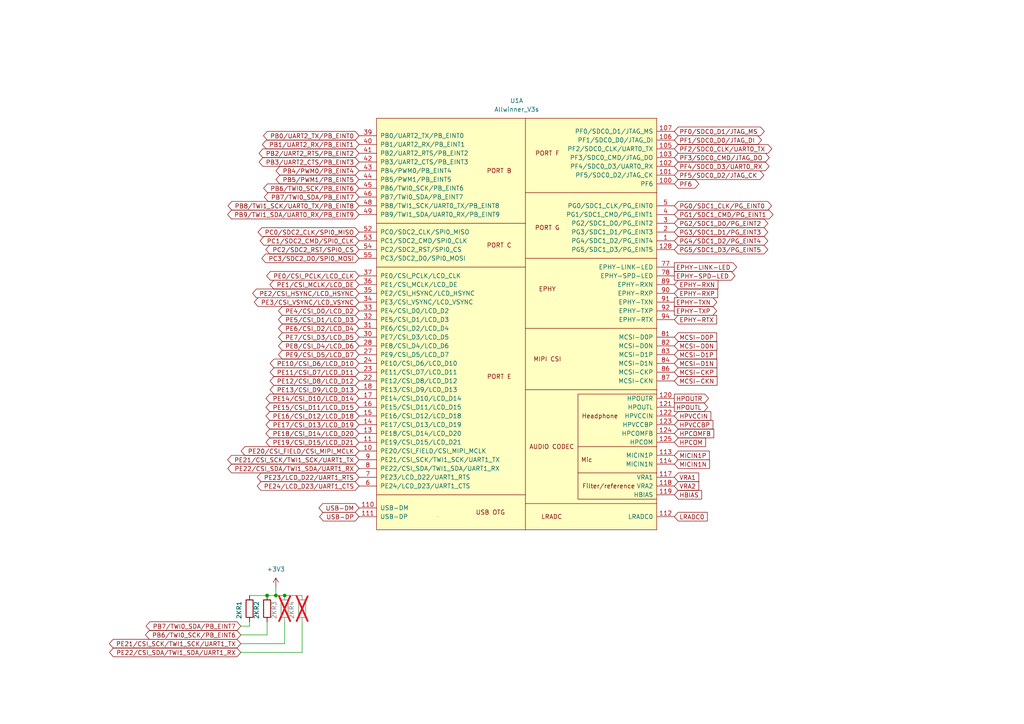
<source format=kicad_sch>
(kicad_sch (version 20250114) (generator "eeschema") (generator_version "9.0")
  (paper "A4")
  (lib_symbols
    (symbol "Allwinner_SiPs:Allwinner_V3s" (pin_names (offset 1.016))
      (property "Reference" "U" (at 0 69.85 0))
      (property "Value" "Allwinner_V3s" (at 0 67.31 0))
      (symbol "Allwinner_V3s_1_0"
        (polyline (pts (xy 38.1 -19.05) (xy 15.24 -19.05) (xy 15.24 -49.53) (xy 38.1 -49.53)))
        (polyline (pts (xy 38.1 -34.29) (xy 15.24 -34.29)))
        (polyline (pts (xy 38.1 -41.91) (xy 15.24 -41.91)))
      )
      (symbol "Allwinner_V3s_1_1"
        (rectangle (start -43.18 60.96) (end 38.1 -58.42) (fill (type background)))
        (polyline (pts (xy -43.18 30.48) (xy 0 30.48)))
        (polyline (pts (xy -43.18 17.78) (xy 0 17.78)))
        (polyline (pts (xy -43.18 -48.26) (xy 0 -48.26)))
        (rectangle (start -25.4 -54.61) (end -25.4 -54.61))
        (rectangle (start -19.05 -39.37) (end -19.05 -39.37))
        (polyline (pts (xy 0 -50.8) (xy 38.1 -50.8)))
        (polyline (pts (xy 0 -58.42) (xy 0 60.96)))
        (polyline (pts (xy 38.1 39.37) (xy 0 39.37)))
        (polyline (pts (xy 38.1 20.32) (xy 0 20.32)))
        (polyline (pts (xy 38.1 0) (xy 0 0)))
        (polyline (pts (xy 38.1 -17.78) (xy 0 -17.78)))
        (text "USB OTG" (at -10.16 -53.34 0) (effects (font (size 1.27 1.27))))
        (text "PORT B" (at -7.62 45.72 0) (effects (font (size 1.27 1.27))))
        (text "PORT C" (at -7.62 24.13 0) (effects (font (size 1.27 1.27))))
        (text "PORT E" (at -7.62 -13.97 0) (effects (font (size 1.27 1.27))))
        (text "PORT F" (at 6.35 50.8 0) (effects (font (size 1.27 1.27))))
        (text "PORT G" (at 6.35 29.21 0) (effects (font (size 1.27 1.27))))
        (text "EPHY" (at 6.35 11.43 0) (effects (font (size 1.27 1.27))))
        (text "MIPI CSI" (at 6.35 -8.89 0) (effects (font (size 1.27 1.27))))
        (text "AUDIO CODEC" (at 7.62 -34.29 0) (effects (font (size 1.27 1.27))))
        (text "LRADC" (at 7.62 -54.61 0) (effects (font (size 1.27 1.27))))
        (text "Mic" (at 17.78 -38.1 0) (effects (font (size 1.27 1.27))))
        (text "Headphone" (at 21.59 -25.4 0) (effects (font (size 1.27 1.27))))
        (text "Filter/reference" (at 24.13 -45.72 0) (effects (font (size 1.27 1.27))))
        (pin bidirectional line (at -48.26 55.88 0) (length 5.08) (name "PB0/UART2_TX/PB_EINT0") (number "39"))
        (pin bidirectional line (at -48.26 53.34 0) (length 5.08) (name "PB1/UART2_RX/PB_EINT1") (number "40"))
        (pin bidirectional line (at -48.26 50.8 0) (length 5.08) (name "PB2/UART2_RTS/PB_EINT2") (number "41"))
        (pin bidirectional line (at -48.26 48.26 0) (length 5.08) (name "PB3/UART2_CTS/PB_EINT3") (number "42"))
        (pin bidirectional line (at -48.26 45.72 0) (length 5.08) (name "PB4/PWM0/PB_EINT4") (number "43"))
        (pin bidirectional line (at -48.26 43.18 0) (length 5.08) (name "PB5/PWM1/PB_EINT5") (number "44"))
        (pin bidirectional line (at -48.26 40.64 0) (length 5.08) (name "PB6/TWI0_SCK/PB_EINT6") (number "45"))
        (pin bidirectional line (at -48.26 38.1 0) (length 5.08) (name "PB7/TWI0_SDA/PB_EINT7") (number "46"))
        (pin bidirectional line (at -48.26 35.56 0) (length 5.08) (name "PB8/TWI1_SCK/UART0_TX/PB_EINT8") (number "48"))
        (pin bidirectional line (at -48.26 33.02 0) (length 5.08) (name "PB9/TWI1_SDA/UART0_RX/PB_EINT9") (number "49"))
        (pin bidirectional line (at -48.26 27.94 0) (length 5.08) (name "PC0/SDC2_CLK/SPI0_MISO") (number "52"))
        (pin bidirectional line (at -48.26 25.4 0) (length 5.08) (name "PC1/SDC2_CMD/SPI0_CLK") (number "53"))
        (pin bidirectional line (at -48.26 22.86 0) (length 5.08) (name "PC2/SDC2_RST/SPI0_CS") (number "54"))
        (pin bidirectional line (at -48.26 20.32 0) (length 5.08) (name "PC3/SDC2_D0/SPI0_MOSI") (number "55"))
        (pin bidirectional line (at -48.26 15.24 0) (length 5.08) (name "PE0/CSI_PCLK/LCD_CLK") (number "37"))
        (pin bidirectional line (at -48.26 12.7 0) (length 5.08) (name "PE1/CSI_MCLK/LCD_DE") (number "36"))
        (pin bidirectional line (at -48.26 10.16 0) (length 5.08) (name "PE2/CSI_HSYNC/LCD_HSYNC") (number "35"))
        (pin bidirectional line (at -48.26 7.62 0) (length 5.08) (name "PE3/CSI_VSYNC/LCD_VSYNC") (number "34"))
        (pin bidirectional line (at -48.26 5.08 0) (length 5.08) (name "PE4/CSI_D0/LCD_D2") (number "33"))
        (pin bidirectional line (at -48.26 2.54 0) (length 5.08) (name "PE5/CSI_D1/LCD_D3") (number "32"))
        (pin bidirectional line (at -48.26 0 0) (length 5.08) (name "PE6/CSI_D2/LCD_D4") (number "31"))
        (pin bidirectional line (at -48.26 -2.54 0) (length 5.08) (name "PE7/CSI_D3/LCD_D5") (number "30"))
        (pin bidirectional line (at -48.26 -5.08 0) (length 5.08) (name "PE8/CSI_D4/LCD_D6") (number "28"))
        (pin bidirectional line (at -48.26 -7.62 0) (length 5.08) (name "PE9/CSI_D5/LCD_D7") (number "27"))
        (pin bidirectional line (at -48.26 -10.16 0) (length 5.08) (name "PE10/CSI_D6/LCD_D10") (number "24"))
        (pin bidirectional line (at -48.26 -12.7 0) (length 5.08) (name "PE11/CSI_D7/LCD_D11") (number "23"))
        (pin bidirectional line (at -48.26 -15.24 0) (length 5.08) (name "PE12/CSI_D8/LCD_D12") (number "22"))
        (pin bidirectional line (at -48.26 -17.78 0) (length 5.08) (name "PE13/CSI_D9/LCD_D13") (number "18"))
        (pin bidirectional line (at -48.26 -20.32 0) (length 5.08) (name "PE14/CSI_D10/LCD_D14") (number "17"))
        (pin bidirectional line (at -48.26 -22.86 0) (length 5.08) (name "PE15/CSI_D11/LCD_D15") (number "16"))
        (pin bidirectional line (at -48.26 -25.4 0) (length 5.08) (name "PE16/CSI_D12/LCD_D18") (number "15"))
        (pin bidirectional line (at -48.26 -27.94 0) (length 5.08) (name "PE17/CSI_D13/LCD_D19") (number "14"))
        (pin bidirectional line (at -48.26 -30.48 0) (length 5.08) (name "PE18/CSI_D14/LCD_D20") (number "13"))
        (pin bidirectional line (at -48.26 -33.02 0) (length 5.08) (name "PE19/CSI_D15/LCD_D21") (number "11"))
        (pin bidirectional line (at -48.26 -35.56 0) (length 5.08) (name "PE20/CSI_FIELD/CSI_MIPI_MCLK") (number "10"))
        (pin bidirectional line (at -48.26 -38.1 0) (length 5.08) (name "PE21/CSI_SCK/TWI1_SCK/UART1_TX") (number "9"))
        (pin bidirectional line (at -48.26 -40.64 0) (length 5.08) (name "PE22/CSI_SDA/TWI1_SDA/UART1_RX") (number "8"))
        (pin bidirectional line (at -48.26 -43.18 0) (length 5.08) (name "PE23/LCD_D22/UART1_RTS") (number "7"))
        (pin bidirectional line (at -48.26 -45.72 0) (length 5.08) (name "PE24/LCD_D23/UART1_CTS") (number "6"))
        (pin bidirectional line (at -48.26 -52.07 0) (length 5.08) (name "USB-DM") (number "110"))
        (pin bidirectional line (at -48.26 -54.61 0) (length 5.08) (name "USB-DP") (number "111"))
        (pin bidirectional line (at 43.18 57.15 180) (length 5.08) (name "PF0/SDC0_D1/JTAG_MS") (number "107"))
        (pin bidirectional line (at 43.18 54.61 180) (length 5.08) (name "PF1/SDC0_D0/JTAG_DI") (number "106"))
        (pin bidirectional line (at 43.18 52.07 180) (length 5.08) (name "PF2/SDC0_CLK/UART0_TX") (number "105"))
        (pin bidirectional line (at 43.18 49.53 180) (length 5.08) (name "PF3/SDC0_CMD/JTAG_DO") (number "103"))
        (pin bidirectional line (at 43.18 46.99 180) (length 5.08) (name "PF4/SDC0_D3/UART0_RX") (number "102"))
        (pin bidirectional line (at 43.18 44.45 180) (length 5.08) (name "PF5/SDC0_D2/JTAG_CK") (number "101"))
        (pin bidirectional line (at 43.18 41.91 180) (length 5.08) (name "PF6") (number "100"))
        (pin bidirectional line (at 43.18 35.56 180) (length 5.08) (name "PG0/SDC1_CLK/PG_EINT0") (number "5"))
        (pin bidirectional line (at 43.18 33.02 180) (length 5.08) (name "PG1/SDC1_CMD/PG_EINT1") (number "4"))
        (pin bidirectional line (at 43.18 30.48 180) (length 5.08) (name "PG2/SDC1_D0/PG_EINT2") (number "3"))
        (pin bidirectional line (at 43.18 27.94 180) (length 5.08) (name "PG3/SDC1_D1/PG_EINT3") (number "2"))
        (pin bidirectional line (at 43.18 25.4 180) (length 5.08) (name "PG4/SDC1_D2/PG_EINT4") (number "1"))
        (pin bidirectional line (at 43.18 22.86 180) (length 5.08) (name "PG5/SDC1_D3/PG_EINT5") (number "128"))
        (pin output line (at 43.18 17.78 180) (length 5.08) (name "EPHY-LINK-LED") (number "77"))
        (pin output line (at 43.18 15.24 180) (length 5.08) (name "EPHY-SPD-LED") (number "78"))
        (pin input line (at 43.18 12.7 180) (length 5.08) (name "EPHY-RXN") (number "89"))
        (pin input line (at 43.18 10.16 180) (length 5.08) (name "EPHY-RXP") (number "90"))
        (pin output line (at 43.18 7.62 180) (length 5.08) (name "EPHY-TXN") (number "91"))
        (pin output line (at 43.18 5.08 180) (length 5.08) (name "EPHY-TXP") (number "92"))
        (pin input line (at 43.18 2.54 180) (length 5.08) (name "EPHY-RTX") (number "94"))
        (pin input line (at 43.18 -2.54 180) (length 5.08) (name "MCSI-D0P") (number "81"))
        (pin input line (at 43.18 -5.08 180) (length 5.08) (name "MCSI-D0N") (number "82"))
        (pin input line (at 43.18 -7.62 180) (length 5.08) (name "MCSI-D1P") (number "83"))
        (pin input line (at 43.18 -10.16 180) (length 5.08) (name "MCSI-D1N") (number "84"))
        (pin input line (at 43.18 -12.7 180) (length 5.08) (name "MCSI-CKP") (number "86"))
        (pin input line (at 43.18 -15.24 180) (length 5.08) (name "MCSI-CKN") (number "87"))
        (pin output line (at 43.18 -20.32 180) (length 5.08) (name "HPOUTR") (number "120"))
        (pin output line (at 43.18 -22.86 180) (length 5.08) (name "HPOUTL") (number "121"))
        (pin power_in line (at 43.18 -25.4 180) (length 5.08) (name "HPVCCIN") (number "122"))
        (pin input line (at 43.18 -27.94 180) (length 5.08) (name "HPVCCBP") (number "123"))
        (pin input line (at 43.18 -30.48 180) (length 5.08) (name "HPCOMFB") (number "124"))
        (pin input line (at 43.18 -33.02 180) (length 5.08) (name "HPCOM") (number "125"))
        (pin input line (at 43.18 -36.83 180) (length 5.08) (name "MICIN1P") (number "113"))
        (pin input line (at 43.18 -39.37 180) (length 5.08) (name "MICIN1N") (number "114"))
        (pin input line (at 43.18 -43.18 180) (length 5.08) (name "VRA1") (number "117"))
        (pin input line (at 43.18 -45.72 180) (length 5.08) (name "VRA2") (number "118"))
        (pin input line (at 43.18 -48.26 180) (length 5.08) (name "HBIAS") (number "119"))
        (pin input line (at 43.18 -54.61 180) (length 5.08) (name "LRADC0") (number "112"))
      )
      (symbol "Allwinner_V3s_2_0"
        (polyline (pts (xy -22.86 21.59) (xy 0 21.59)))
        (polyline (pts (xy -22.86 16.51) (xy 0 16.51)))
        (polyline (pts (xy -22.86 11.43) (xy 0 11.43)))
        (polyline (pts (xy -22.86 6.35) (xy 0 6.35)))
        (polyline (pts (xy -22.86 1.27) (xy 0 1.27)))
        (polyline (pts (xy -22.86 -16.51) (xy 0 -16.51)))
        (polyline (pts (xy 0 -33.02) (xy 0 40.64)))
        (polyline (pts (xy 0 -33.02) (xy -3.81 -33.02) (xy -3.81 -41.91)))
        (polyline (pts (xy 5.08 -33.02) (xy 5.08 -41.91)))
        (polyline (pts (xy 22.86 5.08) (xy 0 5.08)))
        (polyline (pts (xy 22.86 -27.94) (xy 0 -27.94)))
        (polyline (pts (xy 22.86 -33.02) (xy 0 -33.02)))
      )
      (symbol "Allwinner_V3s_2_1"
        (rectangle (start -22.86 40.64) (end 22.86 -41.91) (fill (type background)))
        (polyline (pts (xy 0 29.21) (xy 22.86 29.21)))
        (polyline (pts (xy 0 15.24) (xy 22.86 15.24)))
        (text "1.7 - 3.6 V" (at -10.16 39.37 0) (effects (font (size 0.9906 0.9906))))
        (text "2.8 - 3.3 V" (at -6.35 19.05 0) (effects (font (size 0.9906 0.9906))))
        (text "3.0 - 3.6 V" (at -6.35 13.97 0) (effects (font (size 0.9906 0.9906))))
        (text "3.0 - 3.45 V" (at -6.35 8.89 0) (effects (font (size 0.9906 0.9906))))
        (text "2.7 - 3.3 V" (at -6.35 3.81 0) (effects (font (size 0.9906 0.9906))))
        (text "1.2 V" (at -6.35 -7.62 0) (effects (font (size 0.9906 0.9906))))
        (text "1.2 V" (at -6.35 -27.94 0) (effects (font (size 0.9906 0.9906))))
        (text "1.7 - 1.9 V" (at 5.08 -10.16 0) (effects (font (size 0.9906 0.9906))))
        (text "SYS" (at 6.35 34.29 0) (effects (font (size 1.27 1.27))))
        (text "3.0 - 3.6 V" (at 6.35 26.67 0) (effects (font (size 0.9906 0.9906))))
        (text "RTC" (at 6.35 21.59 0) (effects (font (size 1.27 1.27))))
        (text "DRAM" (at 6.35 10.16 0) (effects (font (size 1.27 1.27))))
        (text "1.0 - 1.2 V" (at 6.35 -30.48 0) (effects (font (size 0.9906 0.9906))))
        (text "2.8 - 3.6 V" (at 12.7 -35.56 0) (effects (font (size 0.9906 0.9906))))
        (pin power_in line (at -27.94 36.83 0) (length 5.08) (name "VCC-IO0(PB)") (number "104"))
        (pin power_in line (at -27.94 34.29 0) (length 5.08) (name "VCC-IO1(PC)") (number "127"))
        (pin power_in line (at -27.94 31.75 0) (length 5.08) (name "VCC-IO2(PF)") (number "57"))
        (pin power_in line (at -27.94 29.21 0) (length 5.08) (name "VCC-IO3(PG)") (number "50"))
        (pin power_in line (at -27.94 26.67 0) (length 5.08) (name "VCC-PE0") (number "12"))
        (pin power_in line (at -27.94 24.13 0) (length 5.08) (name "VCC-PE1") (number "29"))
        (pin power_in line (at -27.94 19.05 0) (length 5.08) (name "AVCC") (number "115"))
        (pin power_in line (at -27.94 13.97 0) (length 5.08) (name "VCC-MCSI") (number "85"))
        (pin power_in line (at -27.94 8.89 0) (length 5.08) (name "VCC-USB") (number "109"))
        (pin power_in line (at -27.94 3.81 0) (length 5.08) (name "VCC-PLL") (number "76"))
        (pin power_in line (at -27.94 -1.27 0) (length 5.08) (name "VDD-SYS0") (number "80"))
        (pin power_in line (at -27.94 -3.81 0) (length 5.08) (name "VDD-SYS1") (number "108"))
        (pin power_in line (at -27.94 -6.35 0) (length 5.08) (name "VDD-SYS2") (number "126"))
        (pin power_in line (at -27.94 -8.89 0) (length 5.08) (name "VDD-SYS3") (number "19"))
        (pin power_in line (at -27.94 -11.43 0) (length 5.08) (name "VDD-SYS4") (number "58"))
        (pin power_in line (at -27.94 -13.97 0) (length 5.08) (name "VDD-SYS5") (number "64"))
        (pin power_in line (at -27.94 -20.32 0) (length 5.08) (name "VDD-CPU0") (number "26"))
        (pin power_in line (at -27.94 -22.86 0) (length 5.08) (name "VDD-CPU1") (number "25"))
        (pin power_in line (at -27.94 -25.4 0) (length 5.08) (name "VDD-CPU2") (number "21"))
        (pin power_in line (at -27.94 -27.94 0) (length 5.08) (name "VDD-CPU3") (number "20"))
        (pin power_in line (at -27.94 -30.48 0) (length 5.08) (name "VDD-CPU4") (number "38"))
        (pin power_in line (at -27.94 -33.02 0) (length 5.08) (name "VDD-CPU5") (number "47"))
        (pin power_in line (at -27.94 -35.56 0) (length 5.08) (name "VDD-CPU6") (number "51"))
        (pin power_in line (at -27.94 -38.1 0) (length 5.08) (name "VDD-CPU7") (number "56"))
        (pin power_in line (at -1.27 -46.99 90) (length 5.08) (name "AGND") (number "116"))
        (pin power_in line (at 2.54 -46.99 90) (length 5.08) (name "EGND") (number "129"))
        (pin input line (at 27.94 38.1 180) (length 5.08) (name "~{RESET}") (number "99"))
        (pin input line (at 27.94 34.29 180) (length 5.08) (name "X24MIN") (number "75"))
        (pin output line (at 27.94 31.75 180) (length 5.08) (name "X24MOUT") (number "74"))
        (pin power_in line (at 27.94 26.67 180) (length 5.08) (name "VCC-RTC") (number "98"))
        (pin power_out line (at 27.94 24.13 180) (length 5.08) (name "RTC-VIO") (number "97"))
        (pin input line (at 27.94 20.32 180) (length 5.08) (name "X32KIN") (number "96"))
        (pin output line (at 27.94 17.78 180) (length 5.08) (name "X32KOUT") (number "95"))
        (pin input line (at 27.94 12.7 180) (length 5.08) (name "SZQ") (number "73"))
        (pin input line (at 27.94 10.16 180) (length 5.08) (name "SVREF0") (number "71"))
        (pin input line (at 27.94 7.62 180) (length 5.08) (name "SVREF1") (number "63"))
        (pin power_in line (at 27.94 2.54 180) (length 5.08) (name "VCC-DRAM0") (number "65"))
        (pin power_in line (at 27.94 0 180) (length 5.08) (name "VCC-DRAM1") (number "66"))
        (pin power_in line (at 27.94 -2.54 180) (length 5.08) (name "VCC-DRAM2") (number "67"))
        (pin power_in line (at 27.94 -5.08 180) (length 5.08) (name "VCC-DRAM3") (number "68"))
        (pin power_in line (at 27.94 -7.62 180) (length 5.08) (name "VCC-DRAM4") (number "69"))
        (pin power_in line (at 27.94 -10.16 180) (length 5.08) (name "VCC-DRAM5") (number "70"))
        (pin power_in line (at 27.94 -12.7 180) (length 5.08) (name "VCC-DRAM6") (number "72"))
        (pin power_in line (at 27.94 -15.24 180) (length 5.08) (name "VCC-DRAM7") (number "79"))
        (pin power_in line (at 27.94 -17.78 180) (length 5.08) (name "VCC-DRAM8") (number "59"))
        (pin power_in line (at 27.94 -20.32 180) (length 5.08) (name "VCC-DRAM9") (number "60"))
        (pin power_in line (at 27.94 -22.86 180) (length 5.08) (name "VCC-DRAM10") (number "61"))
        (pin power_in line (at 27.94 -25.4 180) (length 5.08) (name "VCC-DRAM11") (number "62"))
        (pin power_in line (at 27.94 -30.48 180) (length 5.08) (name "EPHY-VDD") (number "88"))
        (pin power_in line (at 27.94 -38.1 180) (length 5.08) (name "EPHY-VCC") (number "93"))
      )
    )
    (symbol "Device:R" (pin_numbers (hide yes)) (pin_names (offset 0))
      (property "Reference" "R" (at 2.032 0 90))
      (property "Value" "R" (at 0 0 90))
      (symbol "R_0_1"
        (rectangle (start -1.016 -2.54) (end 1.016 2.54) (stroke (width 0.254)))
      )
      (symbol "R_1_1"
        (pin passive line (at 0 3.81 270) (length 1.27) (name "~") (number "1"))
        (pin passive line (at 0 -3.81 90) (length 1.27) (name "~") (number "2"))
      )
    )
    (symbol "power:+3V3" (power) (pin_numbers (hide yes)) (pin_names (offset 0) (hide yes))
      (property "Value" "+3V3" (at 0 3.556 0))
      (symbol "+3V3_0_1"
        (polyline (pts (xy -0.762 1.27) (xy 0 2.54)))
        (polyline (pts (xy 0 2.54) (xy 0.762 1.27)))
        (polyline (pts (xy 0 0) (xy 0 2.54)))
      )
      (symbol "+3V3_1_1"
        (pin power_in line (at 0 0 90) (length 0) (name "~") (number "1"))
      )
    )
  )
  (junction (at 80.01 172.72))
  (junction (at 82.55 172.72))
  (junction (at 77.47 172.72))
  (wire (pts (xy 82.55 180.34) (xy 82.55 186.69)))
  (wire (pts (xy 87.63 189.23) (xy 69.85 189.23)))
  (wire (pts (xy 80.01 172.72) (xy 82.55 172.72)))
  (wire (pts (xy 87.63 180.34) (xy 87.63 189.23)))
  (wire (pts (xy 72.39 172.72) (xy 77.47 172.72)))
  (wire (pts (xy 77.47 184.15) (xy 69.85 184.15)))
  (wire (pts (xy 80.01 170.18) (xy 80.01 172.72)))
  (wire (pts (xy 77.47 180.34) (xy 77.47 184.15)))
  (wire (pts (xy 77.47 172.72) (xy 80.01 172.72)))
  (wire (pts (xy 72.39 181.61) (xy 69.85 181.61)))
  (wire (pts (xy 72.39 180.34) (xy 72.39 181.61)))
  (wire (pts (xy 82.55 172.72) (xy 87.63 172.72)))
  (wire (pts (xy 82.55 186.69) (xy 69.85 186.69)))
  (global_label "PB0/UART2_TX/PB_EINT0" (shape bidirectional) (at 104.14 39.37 180) (property "Intersheetrefs" "${INTERSHEET_REFS}" (effects (hide yes))))
  (global_label "MCSI-D1P" (shape input) (at 195.58 102.87 0) (property "Intersheetrefs" "${INTERSHEET_REFS}" (effects (hide yes))))
  (global_label "PE23/LCD_D22/UART1_RTS" (shape bidirectional) (at 104.14 138.43 180) (property "Intersheetrefs" "${INTERSHEET_REFS}" (effects (hide yes))))
  (global_label "PC0/SDC2_CLK/SPI0_MISO" (shape bidirectional) (at 104.14 67.31 180) (property "Intersheetrefs" "${INTERSHEET_REFS}" (effects (hide yes))))
  (global_label "PF6" (shape bidirectional) (at 195.58 53.34 0) (property "Intersheetrefs" "${INTERSHEET_REFS}" (effects (hide yes))))
  (global_label "PE12/CSI_D8/LCD_D12" (shape bidirectional) (at 104.14 110.49 180) (property "Intersheetrefs" "${INTERSHEET_REFS}" (effects (hide yes))))
  (global_label "PB3/UART2_CTS/PB_EINT3" (shape bidirectional) (at 104.14 46.99 180) (property "Intersheetrefs" "${INTERSHEET_REFS}" (effects (hide yes))))
  (global_label "PE14/CSI_D10/LCD_D14" (shape bidirectional) (at 104.14 115.57 180) (property "Intersheetrefs" "${INTERSHEET_REFS}" (effects (hide yes))))
  (global_label "VRA2" (shape input) (at 195.58 140.97 0) (property "Intersheetrefs" "${INTERSHEET_REFS}" (effects (hide yes))))
  (global_label "EPHY-SPD-LED" (shape output) (at 195.58 80.01 0) (property "Intersheetrefs" "${INTERSHEET_REFS}" (effects (hide yes))))
  (global_label "MCSI-D0N" (shape input) (at 195.58 100.33 0) (property "Intersheetrefs" "${INTERSHEET_REFS}" (effects (hide yes))))
  (global_label "MCSI-CKN" (shape input) (at 195.58 110.49 0) (property "Intersheetrefs" "${INTERSHEET_REFS}" (effects (hide yes))))
  (global_label "PE24/LCD_D23/UART1_CTS" (shape bidirectional) (at 104.14 140.97 180) (property "Intersheetrefs" "${INTERSHEET_REFS}" (effects (hide yes))))
  (global_label "EPHY-TXP" (shape output) (at 195.58 90.17 0) (property "Intersheetrefs" "${INTERSHEET_REFS}" (effects (hide yes))))
  (global_label "MCSI-D1N" (shape input) (at 195.58 105.41 0) (property "Intersheetrefs" "${INTERSHEET_REFS}" (effects (hide yes))))
  (global_label "EPHY-LINK-LED" (shape output) (at 195.58 77.47 0) (property "Intersheetrefs" "${INTERSHEET_REFS}" (effects (hide yes))))
  (global_label "PE5/CSI_D1/LCD_D3" (shape bidirectional) (at 104.14 92.71 180) (property "Intersheetrefs" "${INTERSHEET_REFS}" (effects (hide yes))))
  (global_label "PE1/CSI_MCLK/LCD_DE" (shape bidirectional) (at 104.14 82.55 180) (property "Intersheetrefs" "${INTERSHEET_REFS}" (effects (hide yes))))
  (global_label "PG5/SDC1_D3/PG_EINT5" (shape bidirectional) (at 195.58 72.39 0) (property "Intersheetrefs" "${INTERSHEET_REFS}" (effects (hide yes))))
  (global_label "PE4/CSI_D0/LCD_D2" (shape bidirectional) (at 104.14 90.17 180) (property "Intersheetrefs" "${INTERSHEET_REFS}" (effects (hide yes))))
  (global_label "HPOUTL" (shape output) (at 195.58 118.11 0) (property "Intersheetrefs" "${INTERSHEET_REFS}" (effects (hide yes))))
  (global_label "PE0/CSI_PCLK/LCD_CLK" (shape bidirectional) (at 104.14 80.01 180) (property "Intersheetrefs" "${INTERSHEET_REFS}" (effects (hide yes))))
  (global_label "PE22/CSI_SDA/TWI1_SDA/UART1_RX" (shape bidirectional) (at 69.85 189.23 180) (property "Intersheetrefs" "${INTERSHEET_REFS}" (effects (hide yes))))
  (global_label "HPVCCBP" (shape input) (at 195.58 123.19 0) (property "Intersheetrefs" "${INTERSHEET_REFS}" (effects (hide yes))))
  (global_label "PG1/SDC1_CMD/PG_EINT1" (shape bidirectional) (at 195.58 62.23 0) (property "Intersheetrefs" "${INTERSHEET_REFS}" (effects (hide yes))))
  (global_label "PE15/CSI_D11/LCD_D15" (shape bidirectional) (at 104.14 118.11 180) (property "Intersheetrefs" "${INTERSHEET_REFS}" (effects (hide yes))))
  (global_label "USB-DP" (shape bidirectional) (at 104.14 149.86 180) (property "Intersheetrefs" "${INTERSHEET_REFS}" (effects (hide yes))))
  (global_label "PE22/CSI_SDA/TWI1_SDA/UART1_RX" (shape bidirectional) (at 104.14 135.89 180) (property "Intersheetrefs" "${INTERSHEET_REFS}" (effects (hide yes))))
  (global_label "PE7/CSI_D3/LCD_D5" (shape bidirectional) (at 104.14 97.79 180) (property "Intersheetrefs" "${INTERSHEET_REFS}" (effects (hide yes))))
  (global_label "PE3/CSI_VSYNC/LCD_VSYNC" (shape bidirectional) (at 104.14 87.63 180) (property "Intersheetrefs" "${INTERSHEET_REFS}" (effects (hide yes))))
  (global_label "PE2/CSI_HSYNC/LCD_HSYNC" (shape bidirectional) (at 104.14 85.09 180) (property "Intersheetrefs" "${INTERSHEET_REFS}" (effects (hide yes))))
  (global_label "PE13/CSI_D9/LCD_D13" (shape bidirectional) (at 104.14 113.03 180) (property "Intersheetrefs" "${INTERSHEET_REFS}" (effects (hide yes))))
  (global_label "HPCOMFB" (shape input) (at 195.58 125.73 0) (property "Intersheetrefs" "${INTERSHEET_REFS}" (effects (hide yes))))
  (global_label "USB-DM" (shape bidirectional) (at 104.14 147.32 180) (property "Intersheetrefs" "${INTERSHEET_REFS}" (effects (hide yes))))
  (global_label "PE18/CSI_D14/LCD_D20" (shape bidirectional) (at 104.14 125.73 180) (property "Intersheetrefs" "${INTERSHEET_REFS}" (effects (hide yes))))
  (global_label "EPHY-RXN" (shape input) (at 195.58 82.55 0) (property "Intersheetrefs" "${INTERSHEET_REFS}" (effects (hide yes))))
  (global_label "LRADC0" (shape input) (at 195.58 149.86 0) (property "Intersheetrefs" "${INTERSHEET_REFS}" (effects (hide yes))))
  (global_label "PE10/CSI_D6/LCD_D10" (shape bidirectional) (at 104.14 105.41 180) (property "Intersheetrefs" "${INTERSHEET_REFS}" (effects (hide yes))))
  (global_label "HBIAS" (shape input) (at 195.58 143.51 0) (property "Intersheetrefs" "${INTERSHEET_REFS}" (effects (hide yes))))
  (global_label "PF0/SDC0_D1/JTAG_MS" (shape bidirectional) (at 195.58 38.1 0) (property "Intersheetrefs" "${INTERSHEET_REFS}" (effects (hide yes))))
  (global_label "PE8/CSI_D4/LCD_D6" (shape bidirectional) (at 104.14 100.33 180) (property "Intersheetrefs" "${INTERSHEET_REFS}" (effects (hide yes))))
  (global_label "EPHY-RTX" (shape input) (at 195.58 92.71 0) (property "Intersheetrefs" "${INTERSHEET_REFS}" (effects (hide yes))))
  (global_label "PC1/SDC2_CMD/SPI0_CLK" (shape bidirectional) (at 104.14 69.85 180) (property "Intersheetrefs" "${INTERSHEET_REFS}" (effects (hide yes))))
  (global_label "PB7/TWI0_SDA/PB_EINT7" (shape bidirectional) (at 104.14 57.15 180) (property "Intersheetrefs" "${INTERSHEET_REFS}" (effects (hide yes))))
  (global_label "PC2/SDC2_RST/SPI0_CS" (shape bidirectional) (at 104.14 72.39 180) (property "Intersheetrefs" "${INTERSHEET_REFS}" (effects (hide yes))))
  (global_label "PE11/CSI_D7/LCD_D11" (shape bidirectional) (at 104.14 107.95 180) (property "Intersheetrefs" "${INTERSHEET_REFS}" (effects (hide yes))))
  (global_label "PB5/PWM1/PB_EINT5" (shape bidirectional) (at 104.14 52.07 180) (property "Intersheetrefs" "${INTERSHEET_REFS}" (effects (hide yes))))
  (global_label "PB2/UART2_RTS/PB_EINT2" (shape bidirectional) (at 104.14 44.45 180) (property "Intersheetrefs" "${INTERSHEET_REFS}" (effects (hide yes))))
  (global_label "PB7/TWI0_SDA/PB_EINT7" (shape bidirectional) (at 69.85 181.61 180) (property "Intersheetrefs" "${INTERSHEET_REFS}" (effects (hide yes))))
  (global_label "PE21/CSI_SCK/TWI1_SCK/UART1_TX" (shape bidirectional) (at 69.85 186.69 180) (property "Intersheetrefs" "${INTERSHEET_REFS}" (effects (hide yes))))
  (global_label "PB1/UART2_RX/PB_EINT1" (shape bidirectional) (at 104.14 41.91 180) (property "Intersheetrefs" "${INTERSHEET_REFS}" (effects (hide yes))))
  (global_label "PF5/SDC0_D2/JTAG_CK" (shape bidirectional) (at 195.58 50.8 0) (property "Intersheetrefs" "${INTERSHEET_REFS}" (effects (hide yes))))
  (global_label "PE21/CSI_SCK/TWI1_SCK/UART1_TX" (shape bidirectional) (at 104.14 133.35 180) (property "Intersheetrefs" "${INTERSHEET_REFS}" (effects (hide yes))))
  (global_label "EPHY-RXP" (shape input) (at 195.58 85.09 0) (property "Intersheetrefs" "${INTERSHEET_REFS}" (effects (hide yes))))
  (global_label "PB9/TWI1_SDA/UART0_RX/PB_EINT9" (shape bidirectional) (at 104.14 62.23 180) (property "Intersheetrefs" "${INTERSHEET_REFS}" (effects (hide yes))))
  (global_label "PB6/TWI0_SCK/PB_EINT6" (shape bidirectional) (at 104.14 54.61 180) (property "Intersheetrefs" "${INTERSHEET_REFS}" (effects (hide yes))))
  (global_label "PE6/CSI_D2/LCD_D4" (shape bidirectional) (at 104.14 95.25 180) (property "Intersheetrefs" "${INTERSHEET_REFS}" (effects (hide yes))))
  (global_label "PF3/SDC0_CMD/JTAG_DO" (shape bidirectional) (at 195.58 45.72 0) (property "Intersheetrefs" "${INTERSHEET_REFS}" (effects (hide yes))))
  (global_label "VRA1" (shape input) (at 195.58 138.43 0) (property "Intersheetrefs" "${INTERSHEET_REFS}" (effects (hide yes))))
  (global_label "PE17/CSI_D13/LCD_D19" (shape bidirectional) (at 104.14 123.19 180) (property "Intersheetrefs" "${INTERSHEET_REFS}" (effects (hide yes))))
  (global_label "PE16/CSI_D12/LCD_D18" (shape bidirectional) (at 104.14 120.65 180) (property "Intersheetrefs" "${INTERSHEET_REFS}" (effects (hide yes))))
  (global_label "MICIN1N" (shape input) (at 195.58 134.62 0) (property "Intersheetrefs" "${INTERSHEET_REFS}" (effects (hide yes))))
  (global_label "HPCOM" (shape input) (at 195.58 128.27 0) (property "Intersheetrefs" "${INTERSHEET_REFS}" (effects (hide yes))))
  (global_label "PB6/TWI0_SCK/PB_EINT6" (shape bidirectional) (at 69.85 184.15 180) (property "Intersheetrefs" "${INTERSHEET_REFS}" (effects (hide yes))))
  (global_label "PC3/SDC2_D0/SPI0_MOSI" (shape bidirectional) (at 104.14 74.93 180) (property "Intersheetrefs" "${INTERSHEET_REFS}" (effects (hide yes))))
  (global_label "PE19/CSI_D15/LCD_D21" (shape bidirectional) (at 104.14 128.27 180) (property "Intersheetrefs" "${INTERSHEET_REFS}" (effects (hide yes))))
  (global_label "PG4/SDC1_D2/PG_EINT4" (shape bidirectional) (at 195.58 69.85 0) (property "Intersheetrefs" "${INTERSHEET_REFS}" (effects (hide yes))))
  (global_label "EPHY-TXN" (shape output) (at 195.58 87.63 0) (property "Intersheetrefs" "${INTERSHEET_REFS}" (effects (hide yes))))
  (global_label "PE20/CSI_FIELD/CSI_MIPI_MCLK" (shape bidirectional) (at 104.14 130.81 180) (property "Intersheetrefs" "${INTERSHEET_REFS}" (effects (hide yes))))
  (global_label "PB8/TWI1_SCK/UART0_TX/PB_EINT8" (shape bidirectional) (at 104.14 59.69 180) (property "Intersheetrefs" "${INTERSHEET_REFS}" (effects (hide yes))))
  (global_label "PG2/SDC1_D0/PG_EINT2" (shape bidirectional) (at 195.58 64.77 0) (property "Intersheetrefs" "${INTERSHEET_REFS}" (effects (hide yes))))
  (global_label "PF1/SDC0_D0/JTAG_DI" (shape bidirectional) (at 195.58 40.64 0) (property "Intersheetrefs" "${INTERSHEET_REFS}" (effects (hide yes))))
  (global_label "PF2/SDC0_CLK/UART0_TX" (shape bidirectional) (at 195.58 43.18 0) (property "Intersheetrefs" "${INTERSHEET_REFS}" (effects (hide yes))))
  (global_label "PB4/PWM0/PB_EINT4" (shape bidirectional) (at 104.14 49.53 180) (property "Intersheetrefs" "${INTERSHEET_REFS}" (effects (hide yes))))
  (global_label "PG0/SDC1_CLK/PG_EINT0" (shape bidirectional) (at 195.58 59.69 0) (property "Intersheetrefs" "${INTERSHEET_REFS}" (effects (hide yes))))
  (global_label "HPVCCIN" (shape input) (at 195.58 120.65 0) (property "Intersheetrefs" "${INTERSHEET_REFS}" (effects (hide yes))))
  (global_label "PE9/CSI_D5/LCD_D7" (shape bidirectional) (at 104.14 102.87 180) (property "Intersheetrefs" "${INTERSHEET_REFS}" (effects (hide yes))))
  (global_label "MICIN1P" (shape input) (at 195.58 132.08 0) (property "Intersheetrefs" "${INTERSHEET_REFS}" (effects (hide yes))))
  (global_label "MCSI-CKP" (shape input) (at 195.58 107.95 0) (property "Intersheetrefs" "${INTERSHEET_REFS}" (effects (hide yes))))
  (global_label "MCSI-D0P" (shape input) (at 195.58 97.79 0) (property "Intersheetrefs" "${INTERSHEET_REFS}" (effects (hide yes))))
  (global_label "HPOUTR" (shape output) (at 195.58 115.57 0) (property "Intersheetrefs" "${INTERSHEET_REFS}" (effects (hide yes))))
  (global_label "PF4/SDC0_D3/UART0_RX" (shape bidirectional) (at 195.58 48.26 0) (property "Intersheetrefs" "${INTERSHEET_REFS}" (effects (hide yes))))
  (global_label "PG3/SDC1_D1/PG_EINT3" (shape bidirectional) (at 195.58 67.31 0) (property "Intersheetrefs" "${INTERSHEET_REFS}" (effects (hide yes))))
  (symbol (lib_id "Device:R") (at 82.55 176.53 0) (unit 1) (on_board no) (dnp yes)
    (property "Reference" "R3" (at 79.502 177.038 90) (effects (justify left)))
    (property "Value" "2K" (at 79.502 179.578 90) (effects (justify left)))
    (property "Footprint" "Resistor_SMD:R_0603_1608Metric" (effects (hide yes)))
    (property "Description" "Resistor" (effects (hide yes)))
  )
  (symbol (lib_id "Device:R") (at 77.47 176.53 0) (unit 1)
    (property "Reference" "R2" (at 74.422 177.038 90) (effects (justify left)))
    (property "Value" "2K" (at 74.422 179.578 90) (effects (justify left)))
    (property "Footprint" "Resistor_SMD:R_0603_1608Metric" (effects (hide yes)))
    (property "Description" "Resistor" (effects (hide yes)))
  )
  (symbol (lib_id "power:+3V3") (at 80.01 170.18 0) (unit 1)
    (property "Reference" "#PWR01" (effects (hide yes)))
    (property "Value" "+3V3" (at 80.01 165.1 0))
    (property "Description" "Power symbol creates a global label with name \"+3V3\"" (effects (hide yes)))
  )
  (symbol (lib_id "Device:R") (at 72.39 176.53 0) (unit 1)
    (property "Reference" "R1" (at 69.342 177.038 90) (effects (justify left)))
    (property "Value" "2K" (at 69.342 179.578 90) (effects (justify left)))
    (property "Footprint" "Resistor_SMD:R_0603_1608Metric" (effects (hide yes)))
    (property "Description" "Resistor" (effects (hide yes)))
  )
  (symbol (lib_id "Device:R") (at 87.63 176.53 0) (unit 1) (on_board no) (dnp yes)
    (property "Reference" "R4" (at 84.582 177.038 90) (effects (justify left)))
    (property "Value" "2K" (at 84.582 179.578 90) (effects (justify left)))
    (property "Footprint" "Resistor_SMD:R_0603_1608Metric" (effects (hide yes)))
    (property "Description" "Resistor" (effects (hide yes)))
  )
  (symbol (lib_id "Allwinner_SiPs:Allwinner_V3s") (at 152.4 95.25 0) (unit 1)
    (property "Reference" "U1" (at 149.86 29.21 0))
    (property "Value" "Allwinner_V3s" (at 149.86 31.75 0))
    (property "Footprint" "Allwinner_SiPs:eLQFP-128_14x14_Pitch0.4mm_EPAD_6.60mm" (effects (hide yes)))
    (property "Datasheet" "https://linux-sunxi.org/images/2/23/Allwinner_V3s_Datasheet_V1.0.pdf" (effects (hide yes)))
    (property "Description" "ARM Cortex-A7 CPU with 64 MB DDR2 RAM in a single package (SiP)" (effects (hide yes)))
  )
)
</source>
